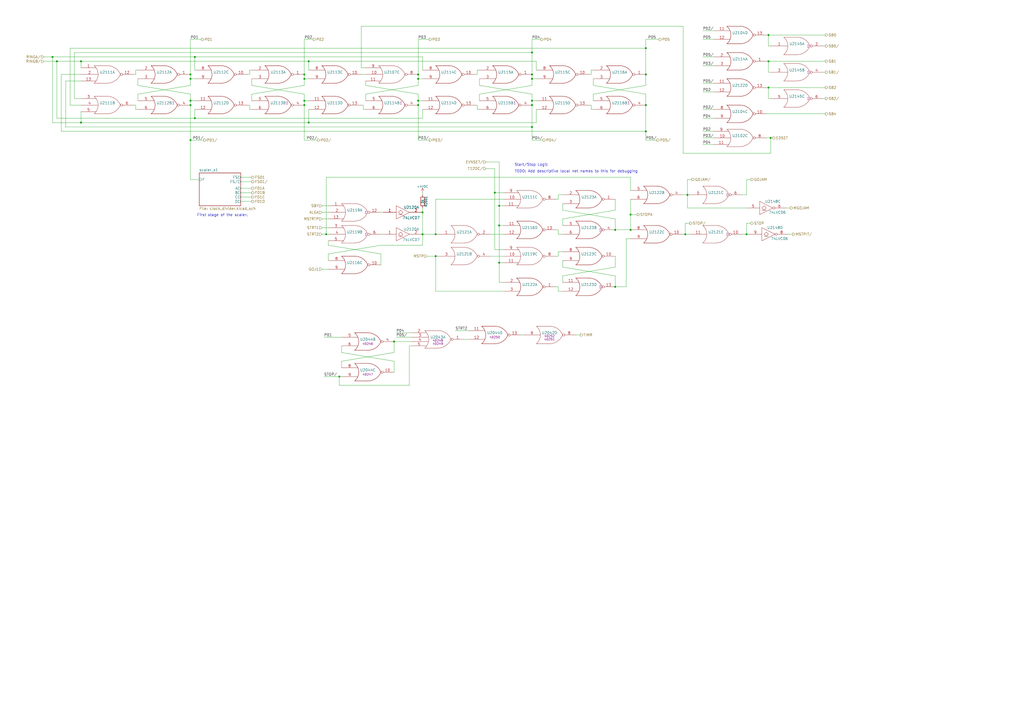
<source format=kicad_sch>
(kicad_sch (version 20211123) (generator eeschema)
  (paper "A2")
  (lib_symbols
    (symbol "agc_kicad_components:+4VDC" (power) (pin_names (offset 0))
      (property "Value" "agc_kicad_components_+4VDC" (at 0 3.556 0))
      (symbol "+4VDC_1_1"
        (pin power_in line (at 0 0 90) (length 0) hide (name "+4VDC") (number "1"))
      )
    )
    (symbol "agc_kicad_components:74HC02" (pin_names (offset 0.762))
      (property "Reference" "U" (at 0 1.27 0))
      (symbol "74HC02_1_1"
        (pin output inverted (at 15.24 0 180) (length 7.62) (name "~") (number "1"))
        (pin input line (at -15.24 2.54 0) (length 9.398) (name "~") (number "2"))
        (pin input line (at -15.24 -2.54 0) (length 9.398) (name "~") (number "3"))
      )
      (symbol "74HC02_2_1"
        (pin output inverted (at 15.24 0 180) (length 7.62) (name "~") (number "4"))
        (pin input line (at -15.24 2.54 0) (length 9.398) (name "~") (number "5"))
        (pin input line (at -15.24 -2.54 0) (length 9.398) (name "~") (number "6"))
      )
      (symbol "74HC02_3_1"
        (pin output inverted (at 15.24 0 180) (length 7.62) (name "~") (number "10"))
        (pin input line (at -15.24 2.54 0) (length 9.398) (name "~") (number "8"))
        (pin input line (at -15.24 -2.54 0) (length 9.398) (name "~") (number "9"))
      )
      (symbol "74HC02_4_1"
        (pin input line (at -15.24 2.54 0) (length 9.398) (name "~") (number "11"))
        (pin input line (at -15.24 -2.54 0) (length 9.398) (name "~") (number "12"))
        (pin output inverted (at 15.24 0 180) (length 7.62) (name "~") (number "13"))
      )
      (symbol "74HC02_5_0"
        (text "GND" (at 2.54 -3.81 0) (effects (font (size 0.9906 0.9906))))
        (text "VCC" (at 2.54 3.81 0) (effects (font (size 0.9906 0.9906))))
      )
      (symbol "74HC02_5_1"
        (pin power_in line (at 0 6.35 270) (length 3.81) (name "VCC") (number "14"))
        (pin power_in line (at 0 -6.35 90) (length 3.81) (name "GND") (number "7"))
      )
    )
    (symbol "agc_kicad_components:74HC04" (pin_names (offset 0.762))
      (property "Reference" "U" (at 0 1.27 0))
      (symbol "74HC04_1_1"
        (pin input line (at -15.24 0 0) (length 9.906) (name "~") (number "1"))
        (pin output inverted (at 15.24 0 180) (length 7.62) (name "~") (number "2"))
      )
      (symbol "74HC04_2_1"
        (pin input line (at -15.24 0 0) (length 9.906) (name "~") (number "3"))
        (pin output inverted (at 15.24 0 180) (length 7.62) (name "~") (number "4"))
      )
      (symbol "74HC04_3_1"
        (pin input line (at -15.24 0 0) (length 9.906) (name "~") (number "5"))
        (pin output inverted (at 15.24 0 180) (length 7.62) (name "~") (number "6"))
      )
      (symbol "74HC04_4_1"
        (pin output inverted (at 15.24 0 180) (length 7.62) (name "~") (number "8"))
        (pin input line (at -15.24 0 0) (length 9.906) (name "~") (number "9"))
      )
      (symbol "74HC04_5_1"
        (pin output inverted (at 15.24 0 180) (length 7.62) (name "~") (number "10"))
        (pin input line (at -15.24 0 0) (length 9.906) (name "~") (number "11"))
      )
      (symbol "74HC04_6_1"
        (pin output inverted (at 15.24 0 180) (length 7.62) (name "~") (number "12"))
        (pin input line (at -15.24 0 0) (length 9.906) (name "~") (number "13"))
      )
      (symbol "74HC04_7_0"
        (text "GND" (at 2.54 -3.81 0) (effects (font (size 0.9906 0.9906))))
        (text "VCC" (at 2.54 3.81 0) (effects (font (size 0.9906 0.9906))))
      )
      (symbol "74HC04_7_1"
        (pin power_in line (at 0 6.35 270) (length 3.81) (name "VCC") (number "14"))
        (pin power_in line (at 0 -6.35 90) (length 3.81) (name "GND") (number "7"))
      )
    )
    (symbol "agc_kicad_components:74HC27" (pin_names (offset 0.762))
      (property "Reference" "U" (at 0 1.27 0))
      (symbol "74HC27_1_1"
        (pin input line (at -15.24 3.81 0) (length 8.763) (name "~") (number "1"))
        (pin output inverted (at 15.24 0 180) (length 7.62) (name "~") (number "12"))
        (pin input line (at -15.24 -3.81 0) (length 8.763) (name "~") (number "13"))
        (pin input line (at -15.24 0 0) (length 9.906) (name "~") (number "2"))
      )
      (symbol "74HC27_2_1"
        (pin input line (at -15.24 3.81 0) (length 8.763) (name "~") (number "3"))
        (pin input line (at -15.24 0 0) (length 9.906) (name "~") (number "4"))
        (pin input line (at -15.24 -3.81 0) (length 8.763) (name "~") (number "5"))
        (pin output inverted (at 15.24 0 180) (length 7.62) (name "~") (number "6"))
      )
      (symbol "74HC27_3_1"
        (pin input line (at -15.24 0 0) (length 9.906) (name "~") (number "10"))
        (pin input line (at -15.24 -3.81 0) (length 8.763) (name "~") (number "11"))
        (pin output inverted (at 15.24 0 180) (length 7.62) (name "~") (number "8"))
        (pin input line (at -15.24 3.81 0) (length 8.763) (name "~") (number "9"))
      )
      (symbol "74HC27_4_0"
        (text "GND" (at 2.54 -3.81 0) (effects (font (size 0.9906 0.9906))))
        (text "VCC" (at 2.54 3.81 0) (effects (font (size 0.9906 0.9906))))
      )
      (symbol "74HC27_4_1"
        (pin power_in line (at 0 6.35 270) (length 3.81) (name "VCC") (number "14"))
        (pin power_in line (at 0 -6.35 90) (length 3.81) (name "GND") (number "7"))
      )
    )
    (symbol "agc_kicad_components:74HC4002" (pin_names (offset 0.762))
      (property "Reference" "U" (at 0 1.27 0))
      (symbol "74HC4002_1_1"
        (pin output inverted (at 15.24 0 180) (length 7.62) (name "~") (number "1"))
        (pin input line (at -15.24 3.81 0) (length 8.509) (name "~") (number "2"))
        (pin input line (at -15.24 1.27 0) (length 9.652) (name "~") (number "3"))
        (pin input line (at -15.24 -1.27 0) (length 9.652) (name "~") (number "4"))
        (pin input line (at -15.24 -3.81 0) (length 8.509) (name "~") (number "5"))
        (pin no_connect line (at -2.54 5.08 90) (length 0) hide (name "NC1") (number "6"))
        (pin no_connect line (at 0 5.08 90) (length 0) hide (name "NC2") (number "8"))
      )
      (symbol "74HC4002_2_1"
        (pin input line (at -15.24 1.27 0) (length 9.652) (name "~") (number "10"))
        (pin input line (at -15.24 -1.27 0) (length 9.652) (name "~") (number "11"))
        (pin input line (at -15.24 -3.81 0) (length 8.509) (name "~") (number "12"))
        (pin output inverted (at 15.24 0 180) (length 7.62) (name "~") (number "13"))
        (pin no_connect line (at -2.54 5.08 90) (length 0) hide (name "NC1") (number "6"))
        (pin no_connect line (at 0 5.08 90) (length 0) hide (name "NC2") (number "8"))
        (pin input line (at -15.24 3.81 0) (length 8.509) (name "~") (number "9"))
      )
      (symbol "74HC4002_3_0"
        (text "GND" (at 2.54 -3.81 0) (effects (font (size 0.9906 0.9906))))
        (text "VCC" (at 2.54 3.81 0) (effects (font (size 0.9906 0.9906))))
      )
      (symbol "74HC4002_3_1"
        (pin power_in line (at 0 6.35 270) (length 3.81) (name "VCC") (number "14"))
        (pin power_in line (at 0 -6.35 90) (length 3.81) (name "GND") (number "7"))
      )
    )
    (symbol "agc_kicad_components:74LVC06" (pin_names (offset 0.762))
      (property "Reference" "U" (at 0 1.27 0))
      (symbol "74LVC06_1_1"
        (pin input line (at -11.43 0 0) (length 7.62) (name "~") (number "1"))
        (pin open_collector inverted (at 11.43 0 180) (length 7.62) (name "~") (number "2"))
      )
      (symbol "74LVC06_2_1"
        (pin input line (at -11.43 0 0) (length 7.62) (name "~") (number "3"))
        (pin open_collector inverted (at 11.43 0 180) (length 7.62) (name "~") (number "4"))
      )
      (symbol "74LVC06_3_1"
        (pin input line (at -11.43 0 0) (length 7.62) (name "~") (number "5"))
        (pin open_collector inverted (at 11.43 0 180) (length 7.62) (name "~") (number "6"))
      )
      (symbol "74LVC06_4_1"
        (pin open_collector inverted (at 11.43 0 180) (length 7.62) (name "~") (number "8"))
        (pin input line (at -11.43 0 0) (length 7.62) (name "~") (number "9"))
      )
      (symbol "74LVC06_5_1"
        (pin open_collector inverted (at 11.43 0 180) (length 7.62) (name "~") (number "10"))
        (pin input line (at -11.43 0 0) (length 7.62) (name "~") (number "11"))
      )
      (symbol "74LVC06_6_1"
        (pin open_collector inverted (at 11.43 0 180) (length 7.62) (name "~") (number "12"))
        (pin input line (at -11.43 0 0) (length 7.62) (name "~") (number "13"))
      )
      (symbol "74LVC06_7_0"
        (text "GND" (at 2.54 -3.81 0) (effects (font (size 0.9906 0.9906))))
        (text "VCC" (at 2.54 3.81 0) (effects (font (size 0.9906 0.9906))))
      )
      (symbol "74LVC06_7_1"
        (pin power_in line (at 0 6.35 270) (length 3.81) (name "VCC") (number "14"))
        (pin power_in line (at 0 -6.35 90) (length 3.81) (name "GND") (number "7"))
      )
    )
    (symbol "agc_kicad_components:74LVC07" (pin_names (offset 0.762))
      (property "Reference" "U" (at 0 1.27 0))
      (symbol "74LVC07_1_1"
        (pin input line (at -11.43 0 0) (length 7.62) (name "~") (number "1"))
        (pin open_collector line (at 11.43 0 180) (length 7.62) (name "~") (number "2"))
      )
      (symbol "74LVC07_2_1"
        (pin input line (at -11.43 0 0) (length 7.62) (name "~") (number "3"))
        (pin open_collector line (at 11.43 0 180) (length 7.62) (name "~") (number "4"))
      )
      (symbol "74LVC07_3_1"
        (pin input line (at -11.43 0 0) (length 7.62) (name "~") (number "5"))
        (pin open_collector line (at 11.43 0 180) (length 7.62) (name "~") (number "6"))
      )
      (symbol "74LVC07_4_1"
        (pin open_collector line (at 11.43 0 180) (length 7.62) (name "~") (number "8"))
        (pin input line (at -11.43 0 0) (length 7.62) (name "~") (number "9"))
      )
      (symbol "74LVC07_5_1"
        (pin open_collector line (at 11.43 0 180) (length 7.62) (name "~") (number "10"))
        (pin input line (at -11.43 0 0) (length 7.62) (name "~") (number "11"))
      )
      (symbol "74LVC07_6_1"
        (pin open_collector line (at 11.43 0 180) (length 7.62) (name "~") (number "12"))
        (pin input line (at -11.43 0 0) (length 7.62) (name "~") (number "13"))
      )
      (symbol "74LVC07_7_0"
        (text "GND" (at 2.54 -3.81 0) (effects (font (size 0.9906 0.9906))))
        (text "VCC" (at 2.54 3.81 0) (effects (font (size 0.9906 0.9906))))
      )
      (symbol "74LVC07_7_1"
        (pin power_in line (at 0 6.35 270) (length 3.81) (name "VCC") (number "14"))
        (pin power_in line (at 0 -6.35 90) (length 3.81) (name "GND") (number "7"))
      )
    )
    (symbol "timer-rescue:R-device-timer-rescue" (pin_numbers hide) (pin_names (offset 0))
      (property "Reference" "R" (at 2.032 0 90))
      (property "Value" "R-device-timer-rescue" (at 0 0 90))
      (symbol "R-device-timer-rescue_1_1"
        (pin passive line (at 0 3.81 270) (length 1.27) (name "~") (number "1"))
        (pin passive line (at 0 -3.81 90) (length 1.27) (name "~") (number "2"))
      )
    )
  )
  (junction (at 308.61 30.48))
  (junction (at 356.87 166.37))
  (junction (at 179.07 71.12))
  (junction (at 397.51 135.89))
  (junction (at 228.6 198.12))
  (junction (at 110.49 45.72))
  (junction (at 176.53 43.18))
  (junction (at 245.11 123.19))
  (junction (at 445.77 20.32))
  (junction (at 445.77 35.56))
  (junction (at 46.99 71.12))
  (junction (at 447.04 80.01))
  (junction (at 242.57 43.18))
  (junction (at 433.07 135.89))
  (junction (at 308.61 45.72))
  (junction (at 110.49 81.28))
  (junction (at 110.49 58.42))
  (junction (at 308.61 60.96))
  (junction (at 374.65 76.2))
  (junction (at 365.76 124.46))
  (junction (at 374.65 43.18))
  (junction (at 110.49 43.18))
  (junction (at 374.65 27.94))
  (junction (at 245.11 135.89))
  (junction (at 242.57 58.42))
  (junction (at 365.76 133.35))
  (junction (at 242.57 45.72))
  (junction (at 308.61 73.66))
  (junction (at 30.48 33.02))
  (junction (at 356.87 133.35))
  (junction (at 252.73 135.89))
  (junction (at 196.85 218.44))
  (junction (at 242.57 60.96))
  (junction (at 287.02 111.76))
  (junction (at 176.53 58.42))
  (junction (at 176.53 60.96))
  (junction (at 289.56 130.81))
  (junction (at 110.49 60.96))
  (junction (at 308.61 58.42))
  (junction (at 46.99 35.56))
  (junction (at 445.77 50.8))
  (junction (at 189.23 135.89))
  (junction (at 398.78 113.03))
  (junction (at 113.03 68.58))
  (junction (at 176.53 45.72))
  (junction (at 289.56 119.38))
  (junction (at 33.02 35.56))
  (junction (at 252.73 148.59))
  (junction (at 113.03 33.02))
  (junction (at 308.61 43.18))
  (junction (at 179.07 35.56))
  (junction (at 289.56 152.4))
  (junction (at 374.65 60.96))
  (wire (pts (xy 289.56 152.4) (xy 289.56 163.83)))
  (wire (pts (xy 445.77 41.91) (xy 445.77 35.56)))
  (wire (pts (xy 276.86 43.18) (xy 276.86 40.64)))
  (wire (pts (xy 242.57 54.61) (xy 212.09 49.53)))
  (wire (pts (xy 311.15 71.12) (xy 311.15 63.5)))
  (wire (pts (xy 179.07 45.72) (xy 176.53 45.72)))
  (wire (pts (xy 323.85 113.03) (xy 326.39 113.03)))
  (wire (pts (xy 113.03 68.58) (xy 245.11 68.58)))
  (wire (pts (xy 110.49 54.61) (xy 80.01 49.53)))
  (wire (pts (xy 374.65 22.86) (xy 382.27 22.86)))
  (wire (pts (xy 245.11 45.72) (xy 242.57 45.72)))
  (wire (pts (xy 78.74 60.96) (xy 78.74 63.5)))
  (wire (pts (xy 374.65 22.86) (xy 374.65 27.94)))
  (wire (pts (xy 414.02 17.78) (xy 407.67 17.78)))
  (wire (pts (xy 397.51 135.89) (xy 400.05 135.89)))
  (wire (pts (xy 311.15 35.56) (xy 311.15 40.64)))
  (wire (pts (xy 196.85 218.44) (xy 198.12 218.44)))
  (wire (pts (xy 281.94 97.79) (xy 287.02 97.79)))
  (wire (pts (xy 455.93 120.65) (xy 458.47 120.65)))
  (wire (pts (xy 308.61 60.96) (xy 308.61 73.66)))
  (wire (pts (xy 269.24 196.85) (xy 271.78 196.85)))
  (wire (pts (xy 323.85 135.89) (xy 326.39 135.89)))
  (wire (pts (xy 396.24 113.03) (xy 398.78 113.03)))
  (wire (pts (xy 146.05 49.53) (xy 146.05 45.72)))
  (wire (pts (xy 374.65 49.53) (xy 344.17 54.61)))
  (wire (pts (xy 398.78 113.03) (xy 400.05 113.03)))
  (wire (pts (xy 220.98 147.32) (xy 190.5 142.24)))
  (wire (pts (xy 275.59 60.96) (xy 276.86 60.96)))
  (wire (pts (xy 228.6 198.12) (xy 228.6 204.47)))
  (wire (pts (xy 397.51 129.54) (xy 397.51 135.89)))
  (wire (pts (xy 445.77 20.32) (xy 478.79 20.32)))
  (wire (pts (xy 209.55 43.18) (xy 212.09 43.18)))
  (wire (pts (xy 78.74 43.18) (xy 78.74 40.64)))
  (wire (pts (xy 322.58 166.37) (xy 323.85 166.37)))
  (wire (pts (xy 363.22 138.43) (xy 365.76 138.43)))
  (wire (pts (xy 356.87 133.35) (xy 356.87 127)))
  (wire (pts (xy 46.99 35.56) (xy 179.07 35.56)))
  (wire (pts (xy 308.61 58.42) (xy 308.61 60.96)))
  (wire (pts (xy 25.4 35.56) (xy 33.02 35.56)))
  (wire (pts (xy 396.24 88.9) (xy 396.24 15.24)))
  (wire (pts (xy 176.53 81.28) (xy 184.15 81.28)))
  (wire (pts (xy 323.85 166.37) (xy 323.85 168.91)))
  (wire (pts (xy 110.49 58.42) (xy 110.49 60.96)))
  (wire (pts (xy 444.5 20.32) (xy 445.77 20.32)))
  (wire (pts (xy 276.86 60.96) (xy 276.86 63.5)))
  (wire (pts (xy 33.02 68.58) (xy 113.03 68.58)))
  (wire (pts (xy 43.18 57.15) (xy 46.99 57.15)))
  (wire (pts (xy 342.9 63.5) (xy 344.17 63.5)))
  (wire (pts (xy 365.76 115.57) (xy 365.76 124.46)))
  (wire (pts (xy 189.23 135.89) (xy 189.23 102.87)))
  (wire (pts (xy 323.85 148.59) (xy 323.85 146.05)))
  (wire (pts (xy 245.11 113.03) (xy 245.11 111.76)))
  (wire (pts (xy 289.56 93.98) (xy 281.94 93.98)))
  (wire (pts (xy 242.57 54.61) (xy 242.57 58.42)))
  (wire (pts (xy 198.12 204.47) (xy 198.12 200.66)))
  (wire (pts (xy 323.85 168.91) (xy 326.39 168.91)))
  (wire (pts (xy 144.78 63.5) (xy 146.05 63.5)))
  (wire (pts (xy 356.87 148.59) (xy 356.87 154.94)))
  (wire (pts (xy 176.53 49.53) (xy 176.53 45.72)))
  (wire (pts (xy 179.07 40.64) (xy 179.07 35.56)))
  (wire (pts (xy 308.61 43.18) (xy 308.61 45.72)))
  (wire (pts (xy 77.47 43.18) (xy 78.74 43.18)))
  (wire (pts (xy 365.76 133.35) (xy 356.87 133.35)))
  (wire (pts (xy 176.53 58.42) (xy 176.53 60.96)))
  (wire (pts (xy 209.55 60.96) (xy 210.82 60.96)))
  (wire (pts (xy 33.02 68.58) (xy 33.02 35.56)))
  (wire (pts (xy 176.53 54.61) (xy 176.53 58.42)))
  (wire (pts (xy 176.53 45.72) (xy 176.53 43.18)))
  (wire (pts (xy 308.61 73.66) (xy 308.61 81.28)))
  (wire (pts (xy 242.57 60.96) (xy 242.57 81.28)))
  (wire (pts (xy 445.77 26.67) (xy 445.77 20.32)))
  (wire (pts (xy 342.9 43.18) (xy 342.9 40.64)))
  (wire (pts (xy 356.87 160.02) (xy 326.39 154.94)))
  (wire (pts (xy 435.61 104.14) (xy 433.07 104.14)))
  (wire (pts (xy 176.53 22.86) (xy 181.61 22.86)))
  (wire (pts (xy 237.49 200.66) (xy 238.76 200.66)))
  (wire (pts (xy 407.67 83.82) (xy 414.02 83.82)))
  (wire (pts (xy 190.5 156.21) (xy 186.69 156.21)))
  (wire (pts (xy 110.49 60.96) (xy 110.49 81.28)))
  (wire (pts (xy 110.49 22.86) (xy 110.49 43.18)))
  (wire (pts (xy 179.07 35.56) (xy 311.15 35.56)))
  (wire (pts (xy 245.11 123.19) (xy 245.11 135.89)))
  (wire (pts (xy 414.02 68.58) (xy 407.67 68.58)))
  (wire (pts (xy 80.01 49.53) (xy 80.01 45.72)))
  (wire (pts (xy 326.39 160.02) (xy 326.39 163.83)))
  (wire (pts (xy 176.53 54.61) (xy 146.05 49.53)))
  (wire (pts (xy 186.69 119.38) (xy 190.5 119.38)))
  (wire (pts (xy 110.49 54.61) (xy 110.49 58.42)))
  (wire (pts (xy 478.79 66.04) (xy 444.5 66.04)))
  (wire (pts (xy 271.78 191.77) (xy 264.16 191.77)))
  (wire (pts (xy 176.53 60.96) (xy 176.53 81.28)))
  (wire (pts (xy 46.99 64.77) (xy 46.99 71.12)))
  (wire (pts (xy 176.53 43.18) (xy 176.53 22.86)))
  (wire (pts (xy 444.5 50.8) (xy 445.77 50.8)))
  (wire (pts (xy 30.48 33.02) (xy 113.03 33.02)))
  (wire (pts (xy 311.15 58.42) (xy 308.61 58.42)))
  (wire (pts (xy 110.49 49.53) (xy 80.01 54.61)))
  (wire (pts (xy 179.07 58.42) (xy 176.53 58.42)))
  (wire (pts (xy 228.6 204.47) (xy 198.12 209.55)))
  (wire (pts (xy 252.73 115.57) (xy 292.1 115.57)))
  (wire (pts (xy 220.98 142.24) (xy 190.5 147.32)))
  (wire (pts (xy 252.73 148.59) (xy 254 148.59)))
  (wire (pts (xy 374.65 54.61) (xy 344.17 49.53)))
  (wire (pts (xy 245.11 135.89) (xy 245.11 142.24)))
  (wire (pts (xy 113.03 40.64) (xy 113.03 33.02)))
  (wire (pts (xy 143.51 60.96) (xy 144.78 60.96)))
  (wire (pts (xy 187.96 218.44) (xy 196.85 218.44)))
  (wire (pts (xy 308.61 30.48) (xy 43.18 30.48)))
  (wire (pts (xy 322.58 115.57) (xy 323.85 115.57)))
  (wire (pts (xy 278.13 49.53) (xy 278.13 45.72)))
  (wire (pts (xy 179.07 63.5) (xy 179.07 71.12)))
  (wire (pts (xy 433.07 129.54) (xy 433.07 135.89)))
  (wire (pts (xy 190.5 147.32) (xy 190.5 151.13)))
  (wire (pts (xy 276.86 63.5) (xy 278.13 63.5)))
  (wire (pts (xy 374.65 27.94) (xy 40.64 27.94)))
  (wire (pts (xy 212.09 49.53) (xy 212.09 46.99)))
  (wire (pts (xy 237.49 223.52) (xy 237.49 200.66)))
  (wire (pts (xy 356.87 121.92) (xy 326.39 127)))
  (wire (pts (xy 414.02 22.86) (xy 407.67 22.86)))
  (wire (pts (xy 398.78 120.65) (xy 398.78 113.03)))
  (wire (pts (xy 326.39 154.94) (xy 326.39 151.13)))
  (wire (pts (xy 242.57 22.86) (xy 248.92 22.86)))
  (wire (pts (xy 287.02 97.79) (xy 287.02 111.76)))
  (wire (pts (xy 308.61 45.72) (xy 308.61 49.53)))
  (wire (pts (xy 322.58 133.35) (xy 323.85 133.35)))
  (wire (pts (xy 220.98 123.19) (xy 222.25 123.19)))
  (wire (pts (xy 228.6 198.12) (xy 238.76 198.12)))
  (wire (pts (xy 278.13 54.61) (xy 278.13 58.42)))
  (wire (pts (xy 396.24 15.24) (xy 209.55 15.24)))
  (wire (pts (xy 289.56 152.4) (xy 292.1 152.4)))
  (wire (pts (xy 139.7 109.22) (xy 146.05 109.22)))
  (wire (pts (xy 287.02 111.76) (xy 292.1 111.76)))
  (wire (pts (xy 308.61 73.66) (xy 38.1 73.66)))
  (wire (pts (xy 369.57 124.46) (xy 365.76 124.46)))
  (wire (pts (xy 242.57 58.42) (xy 242.57 60.96)))
  (wire (pts (xy 356.87 166.37) (xy 363.22 166.37)))
  (wire (pts (xy 447.04 80.01) (xy 448.31 80.01)))
  (wire (pts (xy 179.07 71.12) (xy 311.15 71.12)))
  (wire (pts (xy 238.76 195.58) (xy 229.87 195.58)))
  (wire (pts (xy 308.61 54.61) (xy 278.13 49.53)))
  (wire (pts (xy 341.63 43.18) (xy 342.9 43.18)))
  (wire (pts (xy 289.56 130.81) (xy 292.1 130.81)))
  (wire (pts (xy 445.77 50.8) (xy 478.79 50.8)))
  (wire (pts (xy 433.07 104.14) (xy 433.07 113.03)))
  (wire (pts (xy 242.57 81.28) (xy 248.92 81.28)))
  (wire (pts (xy 356.87 127) (xy 326.39 121.92)))
  (wire (pts (xy 189.23 135.89) (xy 190.5 135.89)))
  (wire (pts (xy 139.7 102.87) (xy 146.05 102.87)))
  (wire (pts (xy 287.02 144.78) (xy 292.1 144.78)))
  (wire (pts (xy 342.9 40.64) (xy 344.17 40.64)))
  (wire (pts (xy 308.61 81.28) (xy 314.96 81.28)))
  (wire (pts (xy 356.87 154.94) (xy 326.39 160.02)))
  (wire (pts (xy 35.56 76.2) (xy 35.56 43.18)))
  (wire (pts (xy 247.65 148.59) (xy 252.73 148.59)))
  (wire (pts (xy 139.7 116.84) (xy 146.05 116.84)))
  (wire (pts (xy 356.87 166.37) (xy 356.87 160.02)))
  (wire (pts (xy 326.39 127) (xy 326.39 130.81)))
  (wire (pts (xy 144.78 43.18) (xy 144.78 40.64)))
  (wire (pts (xy 40.64 27.94) (xy 40.64 60.96)))
  (wire (pts (xy 445.77 50.8) (xy 445.77 57.15)))
  (wire (pts (xy 196.85 218.44) (xy 196.85 223.52)))
  (wire (pts (xy 444.5 80.01) (xy 447.04 80.01)))
  (wire (pts (xy 228.6 215.9) (xy 228.6 209.55)))
  (wire (pts (xy 477.52 57.15) (xy 478.79 57.15)))
  (wire (pts (xy 110.49 104.14) (xy 115.57 104.14)))
  (wire (pts (xy 242.57 45.72) (xy 242.57 49.53)))
  (wire (pts (xy 46.99 71.12) (xy 179.07 71.12)))
  (wire (pts (xy 445.77 57.15) (xy 447.04 57.15)))
  (wire (pts (xy 198.12 209.55) (xy 198.12 213.36)))
  (wire (pts (xy 477.52 26.67) (xy 478.79 26.67)))
  (wire (pts (xy 146.05 105.41) (xy 139.7 105.41)))
  (wire (pts (xy 447.04 41.91) (xy 445.77 41.91)))
  (wire (pts (xy 242.57 43.18) (xy 242.57 45.72)))
  (wire (pts (xy 38.1 73.66) (xy 38.1 46.99)))
  (wire (pts (xy 245.11 120.65) (xy 245.11 123.19)))
  (wire (pts (xy 40.64 60.96) (xy 46.99 60.96)))
  (wire (pts (xy 189.23 102.87) (xy 365.76 102.87)))
  (wire (pts (xy 186.69 123.19) (xy 190.5 123.19)))
  (wire (pts (xy 43.18 30.48) (xy 43.18 57.15)))
  (wire (pts (xy 146.05 58.42) (xy 146.05 54.61)))
  (wire (pts (xy 77.47 60.96) (xy 78.74 60.96)))
  (wire (pts (xy 323.85 146.05) (xy 326.39 146.05)))
  (wire (pts (xy 30.48 33.02) (xy 30.48 71.12)))
  (wire (pts (xy 342.9 60.96) (xy 342.9 63.5)))
  (wire (pts (xy 113.03 58.42) (xy 110.49 58.42)))
  (wire (pts (xy 242.57 22.86) (xy 242.57 43.18)))
  (wire (pts (xy 186.69 135.89) (xy 189.23 135.89)))
  (wire (pts (xy 30.48 71.12) (xy 46.99 71.12)))
  (wire (pts (xy 275.59 43.18) (xy 276.86 43.18)))
  (wire (pts (xy 210.82 63.5) (xy 212.09 63.5)))
  (wire (pts (xy 457.2 135.89) (xy 459.74 135.89)))
  (wire (pts (xy 252.73 148.59) (xy 252.73 168.91)))
  (wire (pts (xy 209.55 15.24) (xy 209.55 39.37)))
  (wire (pts (xy 238.76 193.04) (xy 229.87 193.04)))
  (wire (pts (xy 113.03 63.5) (xy 113.03 68.58)))
  (wire (pts (xy 365.76 102.87) (xy 365.76 110.49)))
  (wire (pts (xy 374.65 43.18) (xy 374.65 49.53)))
  (wire (pts (xy 143.51 43.18) (xy 144.78 43.18)))
  (wire (pts (xy 356.87 115.57) (xy 356.87 121.92)))
  (wire (pts (xy 445.77 35.56) (xy 478.79 35.56)))
  (wire (pts (xy 289.56 163.83) (xy 292.1 163.83)))
  (wire (pts (xy 374.65 76.2) (xy 374.65 81.28)))
  (wire (pts (xy 444.5 35.56) (xy 445.77 35.56)))
  (wire (pts (xy 252.73 135.89) (xy 254 135.89)))
  (wire (pts (xy 365.76 124.46) (xy 365.76 133.35)))
  (wire (pts (xy 396.24 135.89) (xy 397.51 135.89)))
  (wire (pts (xy 414.02 48.26) (xy 407.67 48.26)))
  (wire (pts (xy 209.55 39.37) (xy 212.09 39.37)))
  (wire (pts (xy 80.01 54.61) (xy 80.01 58.42)))
  (wire (pts (xy 110.49 43.18) (xy 110.49 45.72)))
  (wire (pts (xy 110.49 45.72) (xy 110.49 49.53)))
  (wire (pts (xy 374.65 27.94) (xy 374.65 43.18)))
  (wire (pts (xy 308.61 30.48) (xy 308.61 43.18)))
  (wire (pts (xy 284.48 135.89) (xy 292.1 135.89)))
  (wire (pts (xy 242.57 49.53) (xy 212.09 54.61)))
  (wire (pts (xy 46.99 39.37) (xy 46.99 35.56)))
  (wire (pts (xy 414.02 38.1) (xy 407.67 38.1)))
  (wire (pts (xy 245.11 58.42) (xy 242.57 58.42)))
  (wire (pts (xy 110.49 81.28) (xy 110.49 104.14)))
  (wire (pts (xy 374.65 60.96) (xy 374.65 76.2)))
  (wire (pts (xy 430.53 135.89) (xy 433.07 135.89)))
  (wire (pts (xy 433.07 135.89) (xy 434.34 135.89)))
  (wire (pts (xy 210.82 60.96) (xy 210.82 63.5)))
  (wire (pts (xy 289.56 93.98) (xy 289.56 119.38)))
  (wire (pts (xy 433.07 120.65) (xy 398.78 120.65)))
  (wire (pts (xy 292.1 119.38) (xy 289.56 119.38)))
  (wire (pts (xy 35.56 43.18) (xy 46.99 43.18)))
  (wire (pts (xy 144.78 60.96) (xy 144.78 63.5)))
  (wire (pts (xy 414.02 33.02) (xy 407.67 33.02)))
  (wire (pts (xy 334.01 194.31) (xy 336.55 194.31)))
  (wire (pts (xy 139.7 114.3) (xy 146.05 114.3)))
  (wire (pts (xy 212.09 54.61) (xy 212.09 58.42)))
  (wire (pts (xy 401.32 104.14) (xy 398.78 104.14)))
  (wire (pts (xy 363.22 166.37) (xy 363.22 138.43)))
  (wire (pts (xy 25.4 33.02) (xy 30.48 33.02)))
  (wire (pts (xy 323.85 115.57) (xy 323.85 113.03)))
  (wire (pts (xy 308.61 22.86) (xy 308.61 30.48)))
  (wire (pts (xy 308.61 54.61) (xy 308.61 58.42)))
  (wire (pts (xy 144.78 40.64) (xy 146.05 40.64)))
  (wire (pts (xy 326.39 121.92) (xy 326.39 118.11)))
  (wire (pts (xy 447.04 88.9) (xy 396.24 88.9)))
  (wire (pts (xy 302.26 194.31) (xy 303.53 194.31)))
  (wire (pts (xy 186.69 127) (xy 190.5 127)))
  (wire (pts (xy 146.05 54.61) (xy 176.53 49.53)))
  (wire (pts (xy 252.73 168.91) (xy 292.1 168.91)))
  (wire (pts (xy 287.02 111.76) (xy 287.02 144.78)))
  (wire (pts (xy 447.04 80.01) (xy 447.04 88.9)))
  (wire (pts (xy 323.85 133.35) (xy 323.85 135.89)))
  (wire (pts (xy 146.05 111.76) (xy 139.7 111.76)))
  (wire (pts (xy 228.6 209.55) (xy 198.12 204.47)))
  (wire (pts (xy 322.58 148.59) (xy 323.85 148.59)))
  (wire (pts (xy 186.69 132.08) (xy 190.5 132.08)))
  (wire (pts (xy 196.85 223.52) (xy 237.49 223.52)))
  (wire (pts (xy 220.98 135.89) (xy 222.25 135.89)))
  (wire (pts (xy 245.11 33.02) (xy 245.11 40.64)))
  (wire (pts (xy 113.03 33.02) (xy 245.11 33.02)))
  (wire (pts (xy 414.02 76.2) (xy 407.67 76.2)))
  (wire (pts (xy 414.02 53.34) (xy 407.67 53.34)))
  (wire (pts (xy 341.63 60.96) (xy 342.9 60.96)))
  (wire (pts (xy 78.74 63.5) (xy 80.01 63.5)))
  (wire (pts (xy 284.48 148.59) (xy 292.1 148.59)))
  (wire (pts (xy 414.02 63.5) (xy 407.67 63.5)))
  (wire (pts (xy 447.04 26.67) (xy 445.77 26.67)))
  (wire (pts (xy 245.11 142.24) (xy 220.98 142.24)))
  (wire (pts (xy 245.11 135.89) (xy 252.73 135.89)))
  (wire (pts (xy 190.5 142.24) (xy 190.5 139.7)))
  (wire (pts (xy 33.02 35.56) (xy 46.99 35.56)))
  (wire (pts (xy 110.49 81.28) (xy 118.11 81.28)))
  (wire (pts (xy 113.03 45.72) (xy 110.49 45.72)))
  (wire (pts (xy 344.17 49.53) (xy 344.17 45.72)))
  (wire (pts (xy 110.49 22.86) (xy 116.84 22.86)))
  (wire (pts (xy 374.65 81.28) (xy 381 81.28)))
  (wire (pts (xy 435.61 129.54) (xy 433.07 129.54)))
  (wire (pts (xy 407.67 80.01) (xy 414.02 80.01)))
  (wire (pts (xy 38.1 46.99) (xy 46.99 46.99)))
  (wire (pts (xy 477.52 41.91) (xy 478.79 41.91)))
  (wire (pts (xy 308.61 49.53) (xy 278.13 54.61)))
  (wire (pts (xy 289.56 119.38) (xy 289.56 130.81)))
  (wire (pts (xy 311.15 45.72) (xy 308.61 45.72)))
  (wire (pts (xy 344.17 54.61) (xy 344.17 58.42)))
  (wire (pts (xy 398.78 104.14) (xy 398.78 113.03)))
  (wire (pts (xy 220.98 153.67) (xy 220.98 147.32)))
  (wire (pts (xy 308.61 22.86) (xy 313.69 22.86)))
  (wire (pts (xy 289.56 130.81) (xy 289.56 152.4)))
  (wire (pts (xy 276.86 40.64) (xy 278.13 40.64)))
  (wire (pts (xy 245.11 68.58) (xy 245.11 63.5)))
  (wire (pts (xy 252.73 135.89) (xy 252.73 115.57)))
  (wire (pts (xy 198.12 195.58) (xy 187.96 195.58)))
  (wire (pts (xy 400.05 129.54) (xy 397.51 129.54)))
  (wire (pts (xy 374.65 54.61) (xy 374.65 60.96)))
  (wire (pts (xy 374.65 76.2) (xy 35.56 76.2)))
  (wire (pts (xy 78.74 40.64) (xy 80.01 40.64)))
  (wire (pts (xy 430.53 113.03) (xy 433.07 113.03)))
  (text "First stage of the scaler. " (at 114.3 125.73 0) (effects (font (size 1.524 1.524)) (justify left bottom)))
  (text "Start/Stop Logic" (at 298.45 96.52 0) (effects (font (size 1.524 1.524)) (justify left bottom)))
  (text "TODO: Add descriptive local net names to this for debugging" (at 298.45 100.33 0) (effects (font (size 1.524 1.524)) (justify left bottom)))
  (label "P05" (at 407.67 22.86 0) (effects (font (size 1.524 1.524))))
  (label "P02" (at 407.67 76.2 0) (effects (font (size 1.524 1.524))))
  (label "P04" (at 308.61 22.86 0) (effects (font (size 1.524 1.524))))
  (label "P04" (at 229.87 193.04 0) (effects (font (size 1.524 1.524))))
  (label "P01/" (at 111.76 81.28 0) (effects (font (size 1.524 1.524))))
  (label "P04/" (at 308.61 81.28 0) (effects (font (size 1.524 1.524))))
  (label "P05" (at 375.92 22.86 0) (effects (font (size 1.524 1.524))))
  (label "P03/" (at 407.67 38.1 0) (effects (font (size 1.524 1.524))))
  (label "P04" (at 407.67 83.82 0) (effects (font (size 1.524 1.524))))
  (label "P01" (at 187.96 195.58 0) (effects (font (size 1.524 1.524))))
  (label "P02" (at 176.53 22.86 0) (effects (font (size 1.524 1.524))))
  (label "P02" (at 407.67 53.34 0) (effects (font (size 1.524 1.524))))
  (label "P05/" (at 407.67 48.26 0) (effects (font (size 1.524 1.524))))
  (label "P03/" (at 242.57 81.28 0) (effects (font (size 1.524 1.524))))
  (label "P04" (at 407.67 68.58 0) (effects (font (size 1.524 1.524))))
  (label "STOP/" (at 187.96 218.44 0) (effects (font (size 1.524 1.524))))
  (label "P03/" (at 407.67 80.01 0) (effects (font (size 1.524 1.524))))
  (label "P02/" (at 407.67 63.5 0) (effects (font (size 1.524 1.524))))
  (label "P05/" (at 374.65 81.28 0) (effects (font (size 1.524 1.524))))
  (label "P01" (at 110.49 22.86 0) (effects (font (size 1.524 1.524))))
  (label "P02/" (at 177.8 81.28 0) (effects (font (size 1.524 1.524))))
  (label "P03" (at 242.57 22.86 0) (effects (font (size 1.524 1.524))))
  (label "P05/" (at 229.87 195.58 0) (effects (font (size 1.524 1.524))))
  (label "P05/" (at 407.67 33.02 0) (effects (font (size 1.524 1.524))))
  (label "P02/" (at 407.67 17.78 0) (effects (font (size 1.524 1.524))))
  (label "STRT2" (at 264.16 191.77 0) (effects (font (size 1.524 1.524))))
  (hierarchical_label "P03" (shape output) (at 248.92 22.86 0) (effects (font (size 1.524 1.524))))
  (hierarchical_label "SB0" (shape output) (at 478.79 20.32 0) (effects (font (size 1.524 1.524))))
  (hierarchical_label "RINGA/" (shape input) (at 25.4 33.02 180) (effects (font (size 1.524 1.524))))
  (hierarchical_label "SB1" (shape output) (at 478.79 35.56 0) (effects (font (size 1.524 1.524))))
  (hierarchical_label "FS01/" (shape output) (at 146.05 105.41 0) (effects (font (size 1.524 1.524))))
  (hierarchical_label "GOJAM/" (shape output) (at 401.32 104.14 0) (effects (font (size 1.524 1.524))))
  (hierarchical_label "P01/" (shape output) (at 118.11 81.28 0) (effects (font (size 1.524 1.524))))
  (hierarchical_label "F01A" (shape output) (at 146.05 109.22 0) (effects (font (size 1.524 1.524))))
  (hierarchical_label "P01" (shape output) (at 116.84 22.86 0) (effects (font (size 1.524 1.524))))
  (hierarchical_label "P04/" (shape output) (at 314.96 81.28 0) (effects (font (size 1.524 1.524))))
  (hierarchical_label "STOP/" (shape output) (at 400.05 129.54 0) (effects (font (size 1.524 1.524))))
  (hierarchical_label "SB4" (shape output) (at 478.79 66.04 0) (effects (font (size 1.524 1.524))))
  (hierarchical_label "STRT2" (shape input) (at 186.69 135.89 180) (effects (font (size 1.524 1.524))))
  (hierarchical_label "SB2/" (shape output) (at 478.79 57.15 0) (effects (font (size 1.524 1.524))))
  (hierarchical_label "P02" (shape output) (at 181.61 22.86 0) (effects (font (size 1.524 1.524))))
  (hierarchical_label "STRT1" (shape input) (at 186.69 132.08 180) (effects (font (size 1.524 1.524))))
  (hierarchical_label "SB0/" (shape output) (at 478.79 26.67 0) (effects (font (size 1.524 1.524))))
  (hierarchical_label "P03/" (shape output) (at 248.92 81.28 0) (effects (font (size 1.524 1.524))))
  (hierarchical_label "MSTPIT/" (shape output) (at 459.74 135.89 0) (effects (font (size 1.524 1.524))))
  (hierarchical_label "GOJAM" (shape output) (at 435.61 104.14 0) (effects (font (size 1.524 1.524))))
  (hierarchical_label "TIMR" (shape output) (at 336.55 194.31 0) (effects (font (size 1.524 1.524))))
  (hierarchical_label "P05/" (shape output) (at 381 81.28 0) (effects (font (size 1.524 1.524))))
  (hierarchical_label "MSTRTP" (shape input) (at 186.69 127 180) (effects (font (size 1.524 1.524))))
  (hierarchical_label "STOPA" (shape output) (at 369.57 124.46 0) (effects (font (size 1.524 1.524))))
  (hierarchical_label "MSTP" (shape input) (at 247.65 148.59 180) (effects (font (size 1.524 1.524))))
  (hierarchical_label "STOP" (shape output) (at 435.61 129.54 0) (effects (font (size 1.524 1.524))))
  (hierarchical_label "F01B" (shape output) (at 146.05 111.76 0) (effects (font (size 1.524 1.524))))
  (hierarchical_label "EDSET" (shape output) (at 448.31 80.01 0) (effects (font (size 1.524 1.524))))
  (hierarchical_label "P02/" (shape output) (at 184.15 81.28 0) (effects (font (size 1.524 1.524))))
  (hierarchical_label "SB2" (shape output) (at 478.79 50.8 0) (effects (font (size 1.524 1.524))))
  (hierarchical_label "P04" (shape output) (at 313.69 22.86 0) (effects (font (size 1.524 1.524))))
  (hierarchical_label "RINGB/" (shape input) (at 25.4 35.56 180) (effects (font (size 1.524 1.524))))
  (hierarchical_label "F01D" (shape output) (at 146.05 116.84 0) (effects (font (size 1.524 1.524))))
  (hierarchical_label "FS01" (shape output) (at 146.05 102.87 0) (effects (font (size 1.524 1.524))))
  (hierarchical_label "P05" (shape output) (at 382.27 22.86 0) (effects (font (size 1.524 1.524))))
  (hierarchical_label "EVNSET/" (shape input) (at 281.94 93.98 180) (effects (font (size 1.524 1.524))))
  (hierarchical_label "SB1/" (shape output) (at 478.79 41.91 0) (effects (font (size 1.524 1.524))))
  (hierarchical_label "MGOJAM" (shape output) (at 458.47 120.65 0) (effects (font (size 1.524 1.524))))
  (hierarchical_label "T12DC/" (shape input) (at 281.94 97.79 180) (effects (font (size 1.524 1.524))))
  (hierarchical_label "SBY" (shape input) (at 186.69 119.38 180) (effects (font (size 1.524 1.524))))
  (hierarchical_label "F01C" (shape output) (at 146.05 114.3 0) (effects (font (size 1.524 1.524))))
  (hierarchical_label "ALGA" (shape input) (at 186.69 123.19 180) (effects (font (size 1.524 1.524))))
  (hierarchical_label "GOJ1" (shape input) (at 186.69 156.21 180) (effects (font (size 1.524 1.524))))
  (symbol (lib_id "agc_kicad_components:74LVC07") (at 233.68 123.19 0)
    (property "Reference" "U2120" (at 238.633 120.269 0) (effects (font (size 1.524 1.524))))
    (property "Value" "74LVC07" (at 238.506 126.365 0) (effects (font (size 1.524 1.524))))
  )
  (symbol (lib_id "agc_kicad_components:74LVC07") (at 233.68 135.89 0)
    (property "Reference" "U2120" (at 238.633 132.969 0) (effects (font (size 1.524 1.524))))
    (property "Value" "74LVC07" (at 238.506 139.065 0) (effects (font (size 1.524 1.524))))
  )
  (symbol (lib_id "agc_kicad_components:74HC27") (at 205.74 123.19 0) (unit 1)
    (property "Reference" "U2119" (at 205.74 121.92 0) (effects (font (size 1.524 1.524))))
    (property "Value" "74HC27" (effects hide))
    (property "Initial" "1" (at 212.09 123.19 0) (effects (font (size 1.524 1.524) italic)))
  )
  (symbol (lib_id "agc_kicad_components:74HC27") (at 205.74 135.89 0) (unit 2)
    (property "Reference" "U2119" (at 205.74 134.62 0) (effects (font (size 1.524 1.524))))
    (property "Value" "74HC27" (effects hide))
    (property "Initial" "1" (at 212.09 135.89 0) (effects (font (size 1.524 1.524) italic)))
  )
  (symbol (lib_id "agc_kicad_components:74HC02") (at 205.74 153.67 0) (unit 3)
    (property "Reference" "U2116" (at 205.74 152.4 0) (effects (font (size 1.524 1.524))))
    (property "Value" "74HC02" (effects hide))
  )
  (symbol (lib_id "timer-rescue:R-device-timer-rescue") (at 245.11 116.84 0)
    (property "Reference" "R2001" (at 247.142 116.84 90))
    (property "Value" "5k" (at 245.11 116.84 90))
  )
  (symbol (lib_id "agc_kicad_components:74HC04") (at 269.24 135.89 0) (unit 1)
    (property "Reference" "U2121" (at 269.24 134.62 0) (effects (font (size 1.524 1.524))))
    (property "Value" "74HC04" (effects hide))
    (property "Initial" "1" (effects hide))
  )
  (symbol (lib_id "agc_kicad_components:74HC27") (at 307.34 115.57 0) (unit 3)
    (property "Reference" "U2111" (at 307.34 114.3 0) (effects (font (size 1.524 1.524))))
    (property "Value" "74HC27" (effects hide))
  )
  (symbol (lib_id "agc_kicad_components:74HC27") (at 307.34 148.59 0) (unit 3)
    (property "Reference" "U2119" (at 307.34 147.32 0) (effects (font (size 1.524 1.524))))
    (property "Value" "74HC27" (effects hide))
  )
  (symbol (lib_id "agc_kicad_components:74HC02") (at 307.34 133.35 0) (unit 4)
    (property "Reference" "U2116" (at 307.34 132.08 0) (effects (font (size 1.524 1.524))))
    (property "Value" "74HC02" (effects hide))
  )
  (symbol (lib_id "agc_kicad_components:74HC02") (at 307.34 166.37 0) (unit 1)
    (property "Reference" "U2122" (at 307.34 165.1 0) (effects (font (size 1.524 1.524))))
    (property "Value" "74HC02" (effects hide))
  )
  (symbol (lib_id "agc_kicad_components:74HC02") (at 341.63 115.57 0) (unit 1)
    (property "Reference" "U2123" (at 341.63 114.3 0) (effects (font (size 1.524 1.524))))
    (property "Value" "74HC02" (effects hide))
  )
  (symbol (lib_id "agc_kicad_components:74HC02") (at 341.63 133.35 0) (unit 2)
    (property "Reference" "U2123" (at 341.63 132.08 0) (effects (font (size 1.524 1.524))))
    (property "Value" "74HC02" (effects hide))
    (property "Initial" "1" (at 347.98 133.35 0) (effects (font (size 1.524 1.524) italic)))
  )
  (symbol (lib_id "agc_kicad_components:74HC02") (at 341.63 148.59 0) (unit 3)
    (property "Reference" "U2123" (at 341.63 147.32 0) (effects (font (size 1.524 1.524))))
    (property "Value" "74HC02" (effects hide))
  )
  (symbol (lib_id "agc_kicad_components:74HC02") (at 341.63 166.37 0) (unit 4)
    (property "Reference" "U2123" (at 341.63 165.1 0) (effects (font (size 1.524 1.524))))
    (property "Value" "74HC02" (effects hide))
    (property "Initial" "1" (at 347.98 166.37 0) (effects (font (size 1.524 1.524) italic)))
  )
  (symbol (lib_id "agc_kicad_components:74HC02") (at 381 113.03 0) (unit 2)
    (property "Reference" "U2122" (at 381 111.76 0) (effects (font (size 1.524 1.524))))
    (property "Value" "74HC02" (effects hide))
  )
  (symbol (lib_id "agc_kicad_components:74HC02") (at 381 135.89 0) (unit 3)
    (property "Reference" "U2122" (at 381 134.62 0) (effects (font (size 1.524 1.524))))
    (property "Value" "74HC02" (effects hide))
  )
  (symbol (lib_id "agc_kicad_components:74HC04") (at 269.24 148.59 0) (unit 2)
    (property "Reference" "U2121" (at 269.24 147.32 0) (effects (font (size 1.524 1.524))))
    (property "Value" "74HC04" (effects hide))
  )
  (symbol (lib_id "agc_kicad_components:74HC04") (at 415.29 113.03 0) (unit 3)
    (property "Reference" "U2121" (at 415.29 111.76 0) (effects (font (size 1.524 1.524))))
    (property "Value" "74HC04" (effects hide))
    (property "Initial" "1" (at 421.64 113.03 0) (effects (font (size 1.524 1.524) italic)))
  )
  (symbol (lib_id "agc_kicad_components:74HC04") (at 415.29 135.89 0) (unit 5)
    (property "Reference" "U2121" (at 415.29 134.62 0) (effects (font (size 1.524 1.524))))
    (property "Value" "74HC04" (effects hide))
    (property "Initial" "1" (at 421.64 135.89 0) (effects (font (size 1.524 1.524) italic)))
  )
  (symbol (lib_id "agc_kicad_components:74HC27") (at 62.23 43.18 0) (unit 1)
    (property "Reference" "U2111" (at 62.23 41.91 0) (effects (font (size 1.524 1.524))))
    (property "Value" "74HC27" (effects hide))
  )
  (symbol (lib_id "agc_kicad_components:74HC27") (at 62.23 60.96 0) (unit 2)
    (property "Reference" "U2111" (at 62.23 59.69 0) (effects (font (size 1.524 1.524))))
    (property "Value" "74HC27" (effects hide))
  )
  (symbol (lib_id "agc_kicad_components:74HC02") (at 95.25 43.18 0) (unit 1)
    (property "Reference" "U2112" (at 95.25 41.91 0) (effects (font (size 1.524 1.524))))
    (property "Value" "74HC02" (effects hide))
  )
  (symbol (lib_id "agc_kicad_components:74HC02") (at 95.25 60.96 0) (unit 2)
    (property "Reference" "U2112" (at 95.25 59.69 0) (effects (font (size 1.524 1.524))))
    (property "Value" "74HC02" (effects hide))
    (property "Initial" "1" (at 100.33 59.69 0) (effects (font (size 1.524 1.524) italic)))
  )
  (symbol (lib_id "agc_kicad_components:74HC02") (at 128.27 43.18 0) (unit 3)
    (property "Reference" "U2112" (at 128.27 41.91 0) (effects (font (size 1.524 1.524))))
    (property "Value" "74HC02" (effects hide))
  )
  (symbol (lib_id "agc_kicad_components:74HC02") (at 128.27 60.96 0) (unit 4)
    (property "Reference" "U2112" (at 128.27 59.69 0) (effects (font (size 1.524 1.524))))
    (property "Value" "74HC02" (effects hide))
  )
  (symbol (lib_id "agc_kicad_components:74HC02") (at 161.29 43.18 0) (unit 1)
    (property "Reference" "U2113" (at 161.29 41.91 0) (effects (font (size 1.524 1.524))))
    (property "Value" "74HC02" (effects hide))
  )
  (symbol (lib_id "agc_kicad_components:74HC02") (at 161.29 60.96 0) (unit 2)
    (property "Reference" "U2113" (at 161.29 59.69 0) (effects (font (size 1.524 1.524))))
    (property "Value" "74HC02" (effects hide))
    (property "Initial" "1" (at 166.37 59.69 0) (effects (font (size 1.524 1.524) italic)))
  )
  (symbol (lib_id "agc_kicad_components:74HC02") (at 194.31 43.18 0) (unit 3)
    (property "Reference" "U2113" (at 194.31 41.91 0) (effects (font (size 1.524 1.524))))
    (property "Value" "74HC02" (effects hide))
  )
  (symbol (lib_id "agc_kicad_components:74HC02") (at 194.31 60.96 0) (unit 4)
    (property "Reference" "U2113" (at 194.31 59.69 0) (effects (font (size 1.524 1.524))))
    (property "Value" "74HC02" (effects hide))
  )
  (symbol (lib_id "agc_kicad_components:74HC02") (at 227.33 60.96 0) (unit 2)
    (property "Reference" "U2114" (at 227.33 59.69 0) (effects (font (size 1.524 1.524))))
    (property "Value" "74HC02" (effects hide))
    (property "Initial" "1" (at 232.41 59.69 0) (effects (font (size 1.524 1.524) italic)))
  )
  (symbol (lib_id "agc_kicad_components:74HC02") (at 260.35 43.18 0) (unit 3)
    (property "Reference" "U2114" (at 260.35 41.91 0) (effects (font (size 1.524 1.524))))
    (property "Value" "74HC02" (effects hide))
  )
  (symbol (lib_id "agc_kicad_components:74HC02") (at 260.35 60.96 0) (unit 4)
    (property "Reference" "U2114" (at 260.35 59.69 0) (effects (font (size 1.524 1.524))))
    (property "Value" "74HC02" (effects hide))
  )
  (symbol (lib_id "agc_kicad_components:74HC02") (at 293.37 43.18 0) (unit 1)
    (property "Reference" "U2115" (at 293.37 41.91 0) (effects (font (size 1.524 1.524))))
    (property "Value" "74HC02" (effects hide))
  )
  (symbol (lib_id "agc_kicad_components:74HC02") (at 293.37 60.96 0) (unit 2)
    (property "Reference" "U2115" (at 293.37 59.69 0) (effects (font (size 1.524 1.524))))
    (property "Value" "74HC02" (effects hide))
    (property "Initial" "1" (at 298.45 59.69 0) (effects (font (size 1.524 1.524) italic)))
  )
  (symbol (lib_id "agc_kicad_components:74HC02") (at 326.39 43.18 0) (unit 3)
    (property "Reference" "U2115" (at 326.39 41.91 0) (effects (font (size 1.524 1.524))))
    (property "Value" "74HC02" (effects hide))
  )
  (symbol (lib_id "agc_kicad_components:74HC02") (at 326.39 60.96 0) (unit 4)
    (property "Reference" "U2115" (at 326.39 59.69 0) (effects (font (size 1.524 1.524))))
    (property "Value" "74HC02" (effects hide))
  )
  (symbol (lib_id "agc_kicad_components:74HC02") (at 359.41 43.18 0) (unit 1)
    (property "Reference" "U2116" (at 359.41 41.91 0) (effects (font (size 1.524 1.524))))
    (property "Value" "74HC02" (effects hide))
  )
  (symbol (lib_id "agc_kicad_components:74HC02") (at 359.41 60.96 0) (unit 2)
    (property "Reference" "U2116" (at 359.41 59.69 0) (effects (font (size 1.524 1.524))))
    (property "Value" "74HC02" (effects hide))
    (property "Initial" "1" (at 364.49 59.69 0) (effects (font (size 1.524 1.524) italic)))
  )
  (symbol (lib_id "agc_kicad_components:74HC27") (at 227.33 43.18 0) (unit 3)
    (property "Reference" "U2107" (at 227.33 41.91 0) (effects (font (size 1.524 1.524))))
    (property "Value" "74HC27" (effects hide))
  )
  (symbol (lib_id "agc_kicad_components:74HC02") (at 429.26 20.32 0) (unit 4)
    (property "Reference" "U2104" (at 429.26 19.05 0) (effects (font (size 1.524 1.524))))
    (property "Value" "74HC02" (effects hide))
  )
  (symbol (lib_id "agc_kicad_components:74HC02") (at 429.26 35.56 0) (unit 1)
    (property "Reference" "U2114" (at 429.26 34.29 0) (effects (font (size 1.524 1.524))))
    (property "Value" "74HC02" (effects hide))
  )
  (symbol (lib_id "agc_kicad_components:74HC02") (at 429.26 50.8 0) (unit 4)
    (property "Reference" "U2122" (at 429.26 49.53 0) (effects (font (size 1.524 1.524))))
    (property "Value" "74HC02" (effects hide))
  )
  (symbol (lib_id "agc_kicad_components:74HC02") (at 429.26 66.04 0) (unit 3)
    (property "Reference" "U2104" (at 429.26 64.77 0) (effects (font (size 1.524 1.524))))
    (property "Value" "74HC02" (effects hide))
  )
  (symbol (lib_id "agc_kicad_components:74HC27") (at 429.26 80.01 0) (unit 3)
    (property "Reference" "U2102" (at 429.26 78.74 0) (effects (font (size 1.524 1.524))))
    (property "Value" "74HC27" (effects hide))
  )
  (symbol (lib_id "agc_kicad_components:74HC04") (at 462.28 26.67 0) (unit 1)
    (property "Reference" "U2145" (at 462.28 25.4 0) (effects (font (size 1.524 1.524))))
    (property "Value" "74HC04" (effects hide))
    (property "Initial" "1" (at 468.63 26.67 0) (effects (font (size 1.524 1.524) italic)))
  )
  (symbol (lib_id "agc_kicad_components:74HC04") (at 462.28 41.91 0) (unit 2)
    (property "Reference" "U2145" (at 462.28 40.64 0) (effects (font (size 1.524 1.524))))
    (property "Value" "74HC04" (effects hide))
    (property "Initial" "1" (at 468.63 41.91 0) (effects (font (size 1.524 1.524) italic)))
  )
  (symbol (lib_id "agc_kicad_components:74HC04") (at 462.28 57.15 0) (unit 3)
    (property "Reference" "U2145" (at 462.28 55.88 0) (effects (font (size 1.524 1.524))))
    (property "Value" "74HC04" (effects hide))
    (property "Initial" "1" (at 468.63 57.15 0) (effects (font (size 1.524 1.524) italic)))
  )
  (symbol (lib_id "agc_kicad_components:74HC02") (at 213.36 198.12 0) (unit 2)
    (property "Reference" "U2044" (at 213.36 196.85 0) (effects (font (size 1.524 1.524))))
    (property "Value" "74HC02" (effects hide))
    (property "g1" "40246" (at 213.36 199.39 0))
  )
  (symbol (lib_id "agc_kicad_components:74HC02") (at 213.36 215.9 0) (unit 3)
    (property "Reference" "U2044" (at 213.36 214.63 0) (effects (font (size 1.524 1.524))))
    (property "Value" "74HC02" (effects hide))
    (property "g1" "40247" (at 213.36 217.17 0))
  )
  (symbol (lib_id "agc_kicad_components:74HC4002") (at 254 196.85 0) (unit 1)
    (property "Reference" "U2043" (at 254 195.58 0) (effects (font (size 1.524 1.524))))
    (property "Value" "74HC4002" (effects hide))
    (property "g1" "40248" (at 254 197.485 0))
    (property "g2" "40249" (at 254 199.39 0))
  )
  (symbol (lib_id "agc_kicad_components:74HC02") (at 287.02 194.31 0) (unit 4)
    (property "Reference" "U2044" (at 287.02 193.04 0) (effects (font (size 1.524 1.524))))
    (property "Value" "74HC02" (effects hide))
    (property "g1" "40250" (at 287.02 195.58 0))
  )
  (symbol (lib_id "agc_kicad_components:74HC04") (at 318.77 194.31 0) (unit 4)
    (property "Reference" "U2042" (at 318.77 193.04 0) (effects (font (size 1.524 1.524))))
    (property "Value" "74HC04" (effects hide))
    (property "g1" "40251" (at 318.77 196.85 0))
    (property "g2" "40252" (at 318.77 194.945 0))
  )
  (symbol (lib_id "agc_kicad_components:+4VDC") (at 245.11 111.76 0) (unit 1)
    (property "Reference" "#PWR011" (effects hide))
    (property "Value" "+4VDC" (at 245.11 108.204 0))
  )
  (symbol (lib_id "agc_kicad_components:74LVC06") (at 444.5 120.65 0) (unit 3)
    (property "Reference" "U2148" (at 448.31 116.84 0) (effects (font (size 1.524 1.524))))
    (property "Value" "74LVC06" (at 450.85 123.19 0) (effects (font (size 1.524 1.524))))
  )
  (symbol (lib_id "agc_kicad_components:74LVC06") (at 445.77 135.89 0) (unit 4)
    (property "Reference" "U2148" (at 449.58 132.08 0) (effects (font (size 1.524 1.524))))
    (property "Value" "74LVC06" (at 452.12 138.43 0) (effects (font (size 1.524 1.524))))
  )
  (sheet (at 115.57 100.33) (size 24.13 19.05)
    (property "Sheet name" "scaler_s1" (at 115.57 99.4914 0) (effects (font (size 1.524 1.524)) (justify left bottom)))
    (property "Sheet file" "clock_divider.kicad_sch" (at 115.57 120.0662 0) (effects (font (size 1.524 1.524)) (justify left top)))
    (pin "F" input (at 115.57 104.14 180) (effects (font (size 1.524 1.524))))
    (pin "D" output (at 139.7 116.84 0) (effects (font (size 1.524 1.524))))
    (pin "B" output (at 139.7 111.76 0) (effects (font (size 1.524 1.524))))
    (pin "A" output (at 139.7 109.22 0) (effects (font (size 1.524 1.524))))
    (pin "C" output (at 139.7 114.3 0) (effects (font (size 1.524 1.524))))
    (pin "FS/" output (at 139.7 105.41 0) (effects (font (size 1.524 1.524))))
    (pin "FS" output (at 139.7 102.87 0) (effects (font (size 1.524 1.524))))
  )
)
</source>
